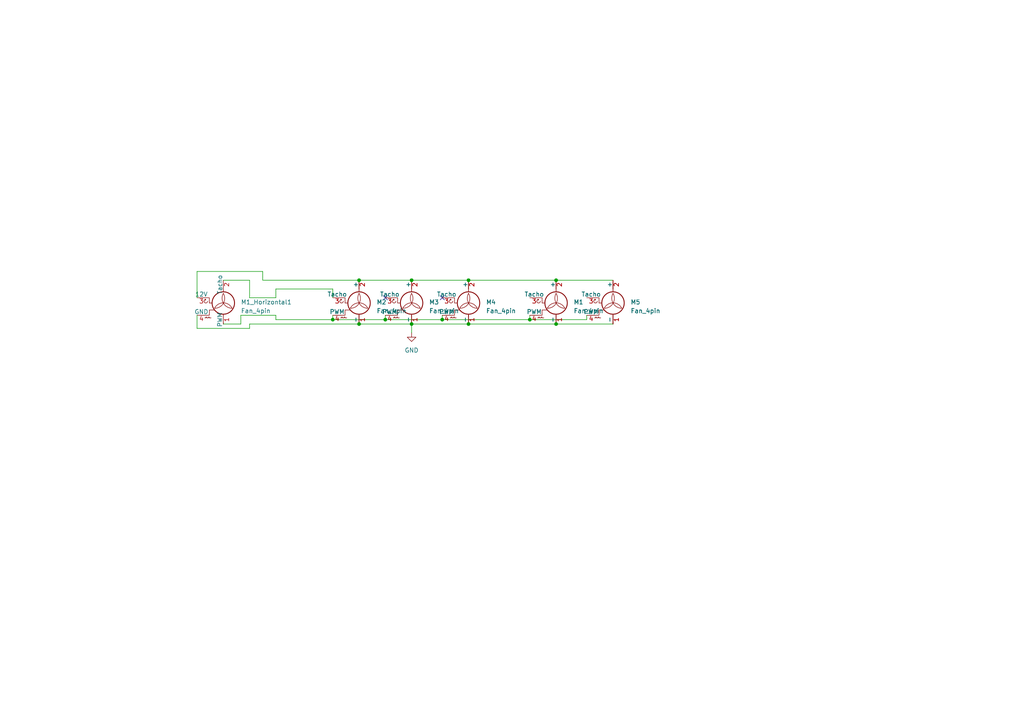
<source format=kicad_sch>
(kicad_sch (version 20211123) (generator eeschema)

  (uuid e63e39d7-6ac0-4ffd-8aa3-1841a4541b55)

  (paper "A4")

  (lib_symbols
    (symbol "Fan_4pin_1" (pin_names (offset 0)) (in_bom yes) (on_board yes)
      (property "Reference" "M1" (id 0) (at 5.08 1.2701 0)
        (effects (font (size 1.27 1.27)) (justify left))
      )
      (property "Value" "Fan_4pin" (id 1) (at 5.08 -1.2699 0)
        (effects (font (size 1.27 1.27)) (justify left))
      )
      (property "Footprint" "Connector_PinHeader_2.54mm:PinHeader_1x04_P2.54mm_Horizontal" (id 2) (at 0 0.254 0)
        (effects (font (size 1.27 1.27)) hide)
      )
      (property "Datasheet" "http://www.formfactors.org/developer%5Cspecs%5Crev1_2_public.pdf" (id 3) (at 0 0.254 0)
        (effects (font (size 1.27 1.27)) hide)
      )
      (property "ki_keywords" "Fan Motor tacho PWM" (id 4) (at 0 0 0)
        (effects (font (size 1.27 1.27)) hide)
      )
      (property "ki_description" "Fan, tacho output, PWM input, 4-pin connector" (id 5) (at 0 0 0)
        (effects (font (size 1.27 1.27)) hide)
      )
      (property "ki_fp_filters" "FanPinHeader*P2.54mm*Vertical* PinHeader*P2.54mm*Vertical* TerminalBlock*" (id 6) (at 0 0 0)
        (effects (font (size 1.27 1.27)) hide)
      )
      (symbol "Fan_4pin_1_0_0"
        (arc (start -5.588 1.524) (mid -5.08 1.016) (end -4.572 1.524)
          (stroke (width 0) (type default) (color 0 0 0 0))
          (fill (type none))
        )
        (arc (start -5.08 2.032) (mid -5.4392 1.8832) (end -5.588 1.524)
          (stroke (width 0) (type default) (color 0 0 0 0))
          (fill (type none))
        )
        (polyline
          (pts
            (xy -5.08 2.032)
            (xy -5.334 2.159)
          )
          (stroke (width 0) (type default) (color 0 0 0 0))
          (fill (type none))
        )
        (polyline
          (pts
            (xy -5.08 2.032)
            (xy -5.207 1.778)
          )
          (stroke (width 0) (type default) (color 0 0 0 0))
          (fill (type none))
        )
        (polyline
          (pts
            (xy -4.064 2.54)
            (xy -4.064 1.016)
            (xy -3.302 1.016)
          )
          (stroke (width 0) (type default) (color 0 0 0 0))
          (fill (type none))
        )
      )
      (symbol "Fan_4pin_1_0_1"
        (arc (start -2.54 -0.508) (mid -0.0014 0.9048) (end 0 3.81)
          (stroke (width 0) (type default) (color 0 0 0 0))
          (fill (type none))
        )
        (polyline
          (pts
            (xy -4.064 2.54)
            (xy -5.08 2.54)
          )
          (stroke (width 0) (type default) (color 0 0 0 0))
          (fill (type none))
        )
        (polyline
          (pts
            (xy 0 -5.08)
            (xy 0 -4.572)
          )
          (stroke (width 0) (type default) (color 0 0 0 0))
          (fill (type none))
        )
        (polyline
          (pts
            (xy 0 -2.2352)
            (xy 0 -2.6416)
          )
          (stroke (width 0) (type default) (color 0 0 0 0))
          (fill (type none))
        )
        (polyline
          (pts
            (xy 0 4.2672)
            (xy 0 4.6228)
          )
          (stroke (width 0) (type default) (color 0 0 0 0))
          (fill (type none))
        )
        (polyline
          (pts
            (xy 0 4.572)
            (xy 0 5.08)
          )
          (stroke (width 0) (type default) (color 0 0 0 0))
          (fill (type none))
        )
        (polyline
          (pts
            (xy -2.54 -1.016)
            (xy -4.064 -1.016)
            (xy -4.064 -2.54)
            (xy -5.08 -2.54)
          )
          (stroke (width 0) (type default) (color 0 0 0 0))
          (fill (type none))
        )
        (polyline
          (pts
            (xy -5.334 -3.302)
            (xy -5.08 -3.302)
            (xy -5.08 -3.048)
            (xy -4.826 -3.048)
            (xy -4.826 -3.302)
            (xy -4.318 -3.302)
            (xy -4.318 -3.048)
            (xy -4.064 -3.048)
            (xy -4.064 -3.302)
            (xy -3.556 -3.302)
          )
          (stroke (width 0) (type default) (color 0 0 0 0))
          (fill (type none))
        )
        (circle (center 0 1.016) (radius 3.2512)
          (stroke (width 0.254) (type default) (color 0 0 0 0))
          (fill (type none))
        )
        (arc (start 0 3.81) (mid 0.0468 0.9315) (end 2.54 -0.508)
          (stroke (width 0) (type default) (color 0 0 0 0))
          (fill (type none))
        )
        (arc (start 2.54 -0.508) (mid 0 1.0618) (end -2.54 -0.508)
          (stroke (width 0) (type default) (color 0 0 0 0))
          (fill (type none))
        )
      )
      (symbol "Fan_4pin_1_1_1"
        (pin passive line (at 0 -5.08 90) (length 2.54)
          (name "-" (effects (font (size 1.27 1.27))))
          (number "1" (effects (font (size 1.27 1.27))))
          (alternate "GND" passive line)
          (alternate "PWM" passive line)
        )
        (pin passive line (at 0 7.62 270) (length 2.54)
          (name "+" (effects (font (size 1.27 1.27))))
          (number "2" (effects (font (size 1.27 1.27))))
          (alternate "12V" passive line)
          (alternate "Tacho" passive line)
        )
        (pin passive line (at -7.62 2.54 0) (length 2.54)
          (name "Tacho" (effects (font (size 1.27 1.27))))
          (number "3" (effects (font (size 1.27 1.27))))
          (alternate "12V" passive line)
        )
        (pin input line (at -7.62 -2.54 0) (length 2.54)
          (name "PWM" (effects (font (size 1.27 1.27))))
          (number "4" (effects (font (size 1.27 1.27))))
          (alternate "GND" input line)
        )
      )
    )
    (symbol "Motor:Fan_4pin" (pin_names (offset 0)) (in_bom yes) (on_board yes)
      (property "Reference" "M" (id 0) (at 2.54 5.08 0)
        (effects (font (size 1.27 1.27)) (justify left))
      )
      (property "Value" "Fan_4pin" (id 1) (at 2.54 -2.54 0)
        (effects (font (size 1.27 1.27)) (justify left top))
      )
      (property "Footprint" "" (id 2) (at 0 0.254 0)
        (effects (font (size 1.27 1.27)) hide)
      )
      (property "Datasheet" "http://www.formfactors.org/developer%5Cspecs%5Crev1_2_public.pdf" (id 3) (at 0 0.254 0)
        (effects (font (size 1.27 1.27)) hide)
      )
      (property "ki_keywords" "Fan Motor tacho PWM" (id 4) (at 0 0 0)
        (effects (font (size 1.27 1.27)) hide)
      )
      (property "ki_description" "Fan, tacho output, PWM input, 4-pin connector" (id 5) (at 0 0 0)
        (effects (font (size 1.27 1.27)) hide)
      )
      (property "ki_fp_filters" "FanPinHeader*P2.54mm*Vertical* PinHeader*P2.54mm*Vertical* TerminalBlock*" (id 6) (at 0 0 0)
        (effects (font (size 1.27 1.27)) hide)
      )
      (symbol "Fan_4pin_0_0"
        (arc (start -5.588 1.524) (mid -5.08 1.016) (end -4.572 1.524)
          (stroke (width 0) (type default) (color 0 0 0 0))
          (fill (type none))
        )
        (arc (start -5.08 2.032) (mid -5.4392 1.8832) (end -5.588 1.524)
          (stroke (width 0) (type default) (color 0 0 0 0))
          (fill (type none))
        )
        (polyline
          (pts
            (xy -5.08 2.032)
            (xy -5.334 2.159)
          )
          (stroke (width 0) (type default) (color 0 0 0 0))
          (fill (type none))
        )
        (polyline
          (pts
            (xy -5.08 2.032)
            (xy -5.207 1.778)
          )
          (stroke (width 0) (type default) (color 0 0 0 0))
          (fill (type none))
        )
        (polyline
          (pts
            (xy -4.064 2.54)
            (xy -4.064 1.016)
            (xy -3.302 1.016)
          )
          (stroke (width 0) (type default) (color 0 0 0 0))
          (fill (type none))
        )
      )
      (symbol "Fan_4pin_0_1"
        (arc (start -2.54 -0.508) (mid -0.0014 0.9048) (end 0 3.81)
          (stroke (width 0) (type default) (color 0 0 0 0))
          (fill (type none))
        )
        (polyline
          (pts
            (xy -4.064 2.54)
            (xy -5.08 2.54)
          )
          (stroke (width 0) (type default) (color 0 0 0 0))
          (fill (type none))
        )
        (polyline
          (pts
            (xy 0 -5.08)
            (xy 0 -4.572)
          )
          (stroke (width 0) (type default) (color 0 0 0 0))
          (fill (type none))
        )
        (polyline
          (pts
            (xy 0 -2.2352)
            (xy 0 -2.6416)
          )
          (stroke (width 0) (type default) (color 0 0 0 0))
          (fill (type none))
        )
        (polyline
          (pts
            (xy 0 4.2672)
            (xy 0 4.6228)
          )
          (stroke (width 0) (type default) (color 0 0 0 0))
          (fill (type none))
        )
        (polyline
          (pts
            (xy 0 4.572)
            (xy 0 5.08)
          )
          (stroke (width 0) (type default) (color 0 0 0 0))
          (fill (type none))
        )
        (polyline
          (pts
            (xy -2.54 -1.016)
            (xy -4.064 -1.016)
            (xy -4.064 -2.54)
            (xy -5.08 -2.54)
          )
          (stroke (width 0) (type default) (color 0 0 0 0))
          (fill (type none))
        )
        (polyline
          (pts
            (xy -5.334 -3.302)
            (xy -5.08 -3.302)
            (xy -5.08 -3.048)
            (xy -4.826 -3.048)
            (xy -4.826 -3.302)
            (xy -4.318 -3.302)
            (xy -4.318 -3.048)
            (xy -4.064 -3.048)
            (xy -4.064 -3.302)
            (xy -3.556 -3.302)
          )
          (stroke (width 0) (type default) (color 0 0 0 0))
          (fill (type none))
        )
        (circle (center 0 1.016) (radius 3.2512)
          (stroke (width 0.254) (type default) (color 0 0 0 0))
          (fill (type none))
        )
        (arc (start 0 3.81) (mid 0.0468 0.9315) (end 2.54 -0.508)
          (stroke (width 0) (type default) (color 0 0 0 0))
          (fill (type none))
        )
        (arc (start 2.54 -0.508) (mid 0 1.0618) (end -2.54 -0.508)
          (stroke (width 0) (type default) (color 0 0 0 0))
          (fill (type none))
        )
      )
      (symbol "Fan_4pin_1_1"
        (pin passive line (at 0 -5.08 90) (length 2.54)
          (name "-" (effects (font (size 1.27 1.27))))
          (number "1" (effects (font (size 1.27 1.27))))
        )
        (pin passive line (at 0 7.62 270) (length 2.54)
          (name "+" (effects (font (size 1.27 1.27))))
          (number "2" (effects (font (size 1.27 1.27))))
        )
        (pin passive line (at -7.62 2.54 0) (length 2.54)
          (name "Tacho" (effects (font (size 1.27 1.27))))
          (number "3" (effects (font (size 1.27 1.27))))
        )
        (pin input line (at -7.62 -2.54 0) (length 2.54)
          (name "PWM" (effects (font (size 1.27 1.27))))
          (number "4" (effects (font (size 1.27 1.27))))
        )
      )
    )
    (symbol "power:GND" (power) (pin_names (offset 0)) (in_bom yes) (on_board yes)
      (property "Reference" "#PWR" (id 0) (at 0 -6.35 0)
        (effects (font (size 1.27 1.27)) hide)
      )
      (property "Value" "GND" (id 1) (at 0 -3.81 0)
        (effects (font (size 1.27 1.27)))
      )
      (property "Footprint" "" (id 2) (at 0 0 0)
        (effects (font (size 1.27 1.27)) hide)
      )
      (property "Datasheet" "" (id 3) (at 0 0 0)
        (effects (font (size 1.27 1.27)) hide)
      )
      (property "ki_keywords" "power-flag" (id 4) (at 0 0 0)
        (effects (font (size 1.27 1.27)) hide)
      )
      (property "ki_description" "Power symbol creates a global label with name \"GND\" , ground" (id 5) (at 0 0 0)
        (effects (font (size 1.27 1.27)) hide)
      )
      (symbol "GND_0_1"
        (polyline
          (pts
            (xy 0 0)
            (xy 0 -1.27)
            (xy 1.27 -1.27)
            (xy 0 -2.54)
            (xy -1.27 -1.27)
            (xy 0 -1.27)
          )
          (stroke (width 0) (type default) (color 0 0 0 0))
          (fill (type none))
        )
      )
      (symbol "GND_1_1"
        (pin power_in line (at 0 0 270) (length 0) hide
          (name "GND" (effects (font (size 1.27 1.27))))
          (number "1" (effects (font (size 1.27 1.27))))
        )
      )
    )
  )

  (junction (at 111.76 92.71) (diameter 0) (color 0 0 0 0)
    (uuid 09a8de4b-11bd-4c60-8212-7dfa542a987e)
  )
  (junction (at 104.14 93.98) (diameter 0) (color 0 0 0 0)
    (uuid 531de578-8e38-4025-a0e5-1accd175fb9d)
  )
  (junction (at 135.89 81.28) (diameter 0) (color 0 0 0 0)
    (uuid 6d22c918-ce68-460a-9e42-7a7f97152442)
  )
  (junction (at 135.89 93.98) (diameter 0) (color 0 0 0 0)
    (uuid 70e928ea-28bc-418b-93be-253f7465f678)
  )
  (junction (at 161.29 93.98) (diameter 0) (color 0 0 0 0)
    (uuid 7b20afe5-4ce8-4e8d-8a74-2526b57dc91e)
  )
  (junction (at 119.38 93.98) (diameter 0) (color 0 0 0 0)
    (uuid 7b9e4fdd-6488-4f7d-943d-0b684a39084c)
  )
  (junction (at 128.27 92.71) (diameter 0) (color 0 0 0 0)
    (uuid 90269f7c-a94e-41a8-83bc-1361a8ac10b2)
  )
  (junction (at 119.38 81.28) (diameter 0) (color 0 0 0 0)
    (uuid ada8c3f4-0b24-4795-b091-159adfdeb182)
  )
  (junction (at 153.67 92.71) (diameter 0) (color 0 0 0 0)
    (uuid af8d9925-5a3c-42b5-bc61-e0726eece593)
  )
  (junction (at 161.29 81.28) (diameter 0) (color 0 0 0 0)
    (uuid b1973869-c6b6-4a4b-b27e-3b442444c64f)
  )
  (junction (at 96.52 92.71) (diameter 0) (color 0 0 0 0)
    (uuid d1910422-7ae9-42c3-aa16-3778d69d2211)
  )
  (junction (at 104.14 81.28) (diameter 0) (color 0 0 0 0)
    (uuid e6964a64-2f3d-40aa-86b8-a22bb6a9b241)
  )

  (no_connect (at 128.27 86.36) (uuid 87e77ad9-734e-4dd2-a57f-e598a08a639a))
  (no_connect (at 111.76 86.36) (uuid 87e77ad9-734e-4dd2-a57f-e598a08a639b))

  (wire (pts (xy 72.39 93.98) (xy 72.39 95.25))
    (stroke (width 0) (type default) (color 0 0 0 0))
    (uuid 048d911e-9f74-4797-8f0d-b2f2099cf38d)
  )
  (wire (pts (xy 72.39 86.36) (xy 72.39 81.28))
    (stroke (width 0) (type default) (color 0 0 0 0))
    (uuid 056e515e-9b3e-4a7b-8459-9f372078707a)
  )
  (wire (pts (xy 80.01 83.82) (xy 96.52 83.82))
    (stroke (width 0) (type default) (color 0 0 0 0))
    (uuid 05919a82-f89e-4ffe-b4f5-999349525613)
  )
  (wire (pts (xy 153.67 91.44) (xy 153.67 92.71))
    (stroke (width 0) (type default) (color 0 0 0 0))
    (uuid 08c1539f-2eea-4527-9c12-a134aa499aa2)
  )
  (wire (pts (xy 135.89 81.28) (xy 161.29 81.28))
    (stroke (width 0) (type default) (color 0 0 0 0))
    (uuid 08f556d3-6a3d-48e3-b5fa-89951eebc88d)
  )
  (wire (pts (xy 72.39 93.98) (xy 104.14 93.98))
    (stroke (width 0) (type default) (color 0 0 0 0))
    (uuid 0930bfa0-de1e-48ec-86f2-ec6f59fde2e2)
  )
  (wire (pts (xy 57.15 78.74) (xy 57.15 86.36))
    (stroke (width 0) (type default) (color 0 0 0 0))
    (uuid 1027eb34-4a1a-471a-b262-65259fae8a40)
  )
  (wire (pts (xy 128.27 92.71) (xy 128.27 91.44))
    (stroke (width 0) (type default) (color 0 0 0 0))
    (uuid 109d34e4-bb9b-4e06-a8e9-d7e3e666f8f1)
  )
  (wire (pts (xy 76.2 81.28) (xy 76.2 78.74))
    (stroke (width 0) (type default) (color 0 0 0 0))
    (uuid 17e66813-271a-4d34-a999-8baf8b6ba9ed)
  )
  (wire (pts (xy 135.89 93.98) (xy 161.29 93.98))
    (stroke (width 0) (type default) (color 0 0 0 0))
    (uuid 22e808d7-c67f-410e-aa1a-fa26a1357421)
  )
  (wire (pts (xy 57.15 95.25) (xy 57.15 91.44))
    (stroke (width 0) (type default) (color 0 0 0 0))
    (uuid 282cc1ca-cdc5-41a9-ab9c-dea45f72f6bd)
  )
  (wire (pts (xy 128.27 92.71) (xy 153.67 92.71))
    (stroke (width 0) (type default) (color 0 0 0 0))
    (uuid 4078cd1e-3bfd-4833-9973-967baf421539)
  )
  (wire (pts (xy 72.39 81.28) (xy 64.77 81.28))
    (stroke (width 0) (type default) (color 0 0 0 0))
    (uuid 41bc15b2-2ce1-4e34-9b00-cb64d354bed7)
  )
  (wire (pts (xy 80.01 86.36) (xy 80.01 83.82))
    (stroke (width 0) (type default) (color 0 0 0 0))
    (uuid 4cf8730a-5369-4927-8dc5-d9c16ab41c0c)
  )
  (wire (pts (xy 119.38 81.28) (xy 135.89 81.28))
    (stroke (width 0) (type default) (color 0 0 0 0))
    (uuid 5bbb6be7-0183-45ed-90a3-1110d8f5232a)
  )
  (wire (pts (xy 119.38 93.98) (xy 119.38 96.52))
    (stroke (width 0) (type default) (color 0 0 0 0))
    (uuid 6fe57c8d-3db2-4697-8ca9-23f0a511b478)
  )
  (wire (pts (xy 96.52 83.82) (xy 96.52 86.36))
    (stroke (width 0) (type default) (color 0 0 0 0))
    (uuid 73d6f44c-865f-43c1-aa9e-ffde11f078d5)
  )
  (wire (pts (xy 80.01 86.36) (xy 72.39 86.36))
    (stroke (width 0) (type default) (color 0 0 0 0))
    (uuid 7e658cc1-d361-4984-8111-600c386c5fdc)
  )
  (wire (pts (xy 111.76 92.71) (xy 128.27 92.71))
    (stroke (width 0) (type default) (color 0 0 0 0))
    (uuid 8c8f79ce-a2c2-4d0a-b166-a0b1f77ef797)
  )
  (wire (pts (xy 161.29 81.28) (xy 177.8 81.28))
    (stroke (width 0) (type default) (color 0 0 0 0))
    (uuid 8c99c5d3-7ae5-4206-97ab-5d6b29a4fec4)
  )
  (wire (pts (xy 104.14 93.98) (xy 119.38 93.98))
    (stroke (width 0) (type default) (color 0 0 0 0))
    (uuid 916baf08-f1bd-49a9-b32e-2b8eec1a63c3)
  )
  (wire (pts (xy 72.39 95.25) (xy 57.15 95.25))
    (stroke (width 0) (type default) (color 0 0 0 0))
    (uuid 95ba567f-06bc-4652-8d1e-ac8d7e0ee623)
  )
  (wire (pts (xy 161.29 93.98) (xy 177.8 93.98))
    (stroke (width 0) (type default) (color 0 0 0 0))
    (uuid 9975d1b4-169b-4b21-8b93-a814a844e78d)
  )
  (wire (pts (xy 69.85 91.44) (xy 69.85 93.98))
    (stroke (width 0) (type default) (color 0 0 0 0))
    (uuid 9f263e3f-01fe-4a5a-b9ad-ecd48ee00842)
  )
  (wire (pts (xy 69.85 93.98) (xy 64.77 93.98))
    (stroke (width 0) (type default) (color 0 0 0 0))
    (uuid a05c8999-2f17-4aa2-85bd-dcad8a49c475)
  )
  (wire (pts (xy 170.18 91.44) (xy 170.18 92.71))
    (stroke (width 0) (type default) (color 0 0 0 0))
    (uuid a4557fde-031b-43dd-9267-79a5c02e9a8b)
  )
  (wire (pts (xy 111.76 91.44) (xy 111.76 92.71))
    (stroke (width 0) (type default) (color 0 0 0 0))
    (uuid a4577db6-9080-401b-a350-02d0f1522bea)
  )
  (wire (pts (xy 96.52 92.71) (xy 111.76 92.71))
    (stroke (width 0) (type default) (color 0 0 0 0))
    (uuid aaaccbc4-da37-4d79-ab33-f4f10a3e9d43)
  )
  (wire (pts (xy 80.01 91.44) (xy 69.85 91.44))
    (stroke (width 0) (type default) (color 0 0 0 0))
    (uuid afd8eea5-325c-48e5-8096-7023178c0039)
  )
  (wire (pts (xy 104.14 81.28) (xy 119.38 81.28))
    (stroke (width 0) (type default) (color 0 0 0 0))
    (uuid b0a56ec1-5a34-4ab9-8fbd-7223052d0bea)
  )
  (wire (pts (xy 96.52 91.44) (xy 96.52 92.71))
    (stroke (width 0) (type default) (color 0 0 0 0))
    (uuid b17b29d3-25ce-4f16-8236-2fa5679a05f0)
  )
  (wire (pts (xy 153.67 92.71) (xy 170.18 92.71))
    (stroke (width 0) (type default) (color 0 0 0 0))
    (uuid b457c687-6cb9-4cb4-88ce-cd6bf8540fa2)
  )
  (wire (pts (xy 119.38 93.98) (xy 135.89 93.98))
    (stroke (width 0) (type default) (color 0 0 0 0))
    (uuid c8117bba-6b2a-4528-9104-16037ce7eb42)
  )
  (wire (pts (xy 80.01 91.44) (xy 80.01 92.71))
    (stroke (width 0) (type default) (color 0 0 0 0))
    (uuid cffad45a-b028-458f-b50e-b12ee88abff0)
  )
  (wire (pts (xy 76.2 81.28) (xy 104.14 81.28))
    (stroke (width 0) (type default) (color 0 0 0 0))
    (uuid e0b786a3-bcaf-41c0-99ce-8c7f040aa44d)
  )
  (wire (pts (xy 80.01 92.71) (xy 96.52 92.71))
    (stroke (width 0) (type default) (color 0 0 0 0))
    (uuid e32f3b75-caa2-43e6-ae73-a4497241e521)
  )
  (wire (pts (xy 76.2 78.74) (xy 57.15 78.74))
    (stroke (width 0) (type default) (color 0 0 0 0))
    (uuid f7d236e2-3c7a-449b-8ab4-8a9993f5441f)
  )

  (symbol (lib_id "Motor:Fan_4pin") (at 119.38 88.9 0) (unit 1)
    (in_bom yes) (on_board yes) (fields_autoplaced)
    (uuid 5bbadc66-c8cb-40bb-b849-bf0cfb5b9bfd)
    (property "Reference" "M3" (id 0) (at 124.46 87.6299 0)
      (effects (font (size 1.27 1.27)) (justify left))
    )
    (property "Value" "Fan_4pin" (id 1) (at 124.46 90.1699 0)
      (effects (font (size 1.27 1.27)) (justify left))
    )
    (property "Footprint" "Connector_PinHeader_2.54mm:PinHeader_1x04_P2.54mm_Vertical" (id 2) (at 119.38 88.646 0)
      (effects (font (size 1.27 1.27)) hide)
    )
    (property "Datasheet" "http://www.formfactors.org/developer%5Cspecs%5Crev1_2_public.pdf" (id 3) (at 119.38 88.646 0)
      (effects (font (size 1.27 1.27)) hide)
    )
    (pin "1" (uuid 44640551-9b76-4cc6-9a43-08dfaad9a8b0))
    (pin "2" (uuid e29d70ee-75c6-46e2-b1ec-fc6cbaafb75e))
    (pin "3" (uuid 475abcdd-1c9a-435a-986b-0b7bcf8e6050))
    (pin "4" (uuid 4b2089e8-7821-4964-afff-2240cbfc4353))
  )

  (symbol (lib_name "Fan_4pin_1") (lib_id "Motor:Fan_4pin") (at 64.77 88.9 0) (unit 1)
    (in_bom yes) (on_board yes) (fields_autoplaced)
    (uuid 85783dae-6f80-4835-b5db-61dffd842eac)
    (property "Reference" "M1_Horizontal1" (id 0) (at 69.85 87.6299 0)
      (effects (font (size 1.27 1.27)) (justify left))
    )
    (property "Value" "Fan_4pin" (id 1) (at 69.85 90.1699 0)
      (effects (font (size 1.27 1.27)) (justify left))
    )
    (property "Footprint" "Connector_PinHeader_2.54mm:PinHeader_1x04_P2.54mm_Horizontal" (id 2) (at 64.77 88.646 0)
      (effects (font (size 1.27 1.27)) hide)
    )
    (property "Datasheet" "http://www.formfactors.org/developer%5Cspecs%5Crev1_2_public.pdf" (id 3) (at 64.77 88.646 0)
      (effects (font (size 1.27 1.27)) hide)
    )
    (pin "1" (uuid 23dce5fd-c38b-430c-a399-f8cb088b1a8d) (alternate "PWM"))
    (pin "2" (uuid 429c92a6-4d68-4597-8844-fc88f311c899) (alternate "Tacho"))
    (pin "3" (uuid 3ae69249-8361-4c51-b93e-32198a504a11) (alternate "12V"))
    (pin "4" (uuid 86e70297-1921-4ad8-afa6-10ea3d91a5e2) (alternate "GND"))
  )

  (symbol (lib_id "Motor:Fan_4pin") (at 161.29 88.9 0) (unit 1)
    (in_bom yes) (on_board yes) (fields_autoplaced)
    (uuid 97834ac2-5d2c-40b3-ace0-110a27647b4f)
    (property "Reference" "M1" (id 0) (at 166.37 87.6299 0)
      (effects (font (size 1.27 1.27)) (justify left))
    )
    (property "Value" "Fan_4pin" (id 1) (at 166.37 90.1699 0)
      (effects (font (size 1.27 1.27)) (justify left))
    )
    (property "Footprint" "Connector_PinHeader_2.54mm:PinHeader_1x04_P2.54mm_Vertical" (id 2) (at 161.29 88.646 0)
      (effects (font (size 1.27 1.27)) hide)
    )
    (property "Datasheet" "http://www.formfactors.org/developer%5Cspecs%5Crev1_2_public.pdf" (id 3) (at 161.29 88.646 0)
      (effects (font (size 1.27 1.27)) hide)
    )
    (pin "1" (uuid 029767b2-2fd2-4343-8e95-4bbc884c01b1))
    (pin "2" (uuid 8638974c-6393-4963-be57-1cec8842334d))
    (pin "3" (uuid 172f0697-ed04-497e-86dd-e51c4ba89a82))
    (pin "4" (uuid ba280263-cf94-461f-bddf-1b7b5326545e))
  )

  (symbol (lib_id "Motor:Fan_4pin") (at 135.89 88.9 0) (unit 1)
    (in_bom yes) (on_board yes) (fields_autoplaced)
    (uuid a0129fe7-e9e9-4c74-af85-e2b335707eb4)
    (property "Reference" "M4" (id 0) (at 140.97 87.6299 0)
      (effects (font (size 1.27 1.27)) (justify left))
    )
    (property "Value" "Fan_4pin" (id 1) (at 140.97 90.1699 0)
      (effects (font (size 1.27 1.27)) (justify left))
    )
    (property "Footprint" "Connector_PinHeader_2.54mm:PinHeader_1x04_P2.54mm_Vertical" (id 2) (at 135.89 88.646 0)
      (effects (font (size 1.27 1.27)) hide)
    )
    (property "Datasheet" "http://www.formfactors.org/developer%5Cspecs%5Crev1_2_public.pdf" (id 3) (at 135.89 88.646 0)
      (effects (font (size 1.27 1.27)) hide)
    )
    (pin "1" (uuid d9c1c6f8-c198-49f9-bff0-eab2393a0053))
    (pin "2" (uuid 64bbd1a8-b20b-4d12-891d-7b53b4a0334a))
    (pin "3" (uuid 8f0c1305-7bd7-41b0-a77d-0a9232a17e2e))
    (pin "4" (uuid 713e4d09-6cf1-49fc-bf2e-c643eb7890b8))
  )

  (symbol (lib_id "Motor:Fan_4pin") (at 177.8 88.9 0) (unit 1)
    (in_bom yes) (on_board yes) (fields_autoplaced)
    (uuid b17590ac-bb78-4798-b20d-40942eeb2176)
    (property "Reference" "M5" (id 0) (at 182.88 87.6299 0)
      (effects (font (size 1.27 1.27)) (justify left))
    )
    (property "Value" "Fan_4pin" (id 1) (at 182.88 90.1699 0)
      (effects (font (size 1.27 1.27)) (justify left))
    )
    (property "Footprint" "Connector_PinHeader_2.54mm:PinHeader_1x04_P2.54mm_Vertical" (id 2) (at 177.8 88.646 0)
      (effects (font (size 1.27 1.27)) hide)
    )
    (property "Datasheet" "http://www.formfactors.org/developer%5Cspecs%5Crev1_2_public.pdf" (id 3) (at 177.8 88.646 0)
      (effects (font (size 1.27 1.27)) hide)
    )
    (pin "1" (uuid 3405fead-c3ec-4454-8d23-900b0c02339c))
    (pin "2" (uuid 1c45c826-97a4-438f-bca5-c607a8ccf2dd))
    (pin "3" (uuid e54538d4-293e-4a03-bc22-7aa9346c5107))
    (pin "4" (uuid 2e54168b-0227-4159-b47e-0111d60ce4b2))
  )

  (symbol (lib_id "Motor:Fan_4pin") (at 104.14 88.9 0) (unit 1)
    (in_bom yes) (on_board yes) (fields_autoplaced)
    (uuid e7136250-cee6-4520-acb7-2950e0829e43)
    (property "Reference" "M2" (id 0) (at 109.22 87.6299 0)
      (effects (font (size 1.27 1.27)) (justify left))
    )
    (property "Value" "Fan_4pin" (id 1) (at 109.22 90.1699 0)
      (effects (font (size 1.27 1.27)) (justify left))
    )
    (property "Footprint" "Connector_PinHeader_2.54mm:PinHeader_1x04_P2.54mm_Vertical" (id 2) (at 104.14 88.646 0)
      (effects (font (size 1.27 1.27)) hide)
    )
    (property "Datasheet" "http://www.formfactors.org/developer%5Cspecs%5Crev1_2_public.pdf" (id 3) (at 104.14 88.646 0)
      (effects (font (size 1.27 1.27)) hide)
    )
    (pin "1" (uuid 0aa6a8eb-91a3-42fb-bcb5-e80e5bff03f8))
    (pin "2" (uuid ad900db3-4beb-4fa1-ace0-548024befe9a))
    (pin "3" (uuid 152ae183-14d8-40a7-9d2e-6b73a233d818))
    (pin "4" (uuid bddd93d5-6bcf-4a37-8f3c-1979a6faa688))
  )

  (symbol (lib_id "power:GND") (at 119.38 96.52 0) (unit 1)
    (in_bom yes) (on_board yes) (fields_autoplaced)
    (uuid f2b39f3e-81e8-48b0-93a0-cc5a0e0456eb)
    (property "Reference" "#PWR0101" (id 0) (at 119.38 102.87 0)
      (effects (font (size 1.27 1.27)) hide)
    )
    (property "Value" "GND" (id 1) (at 119.38 101.6 0))
    (property "Footprint" "" (id 2) (at 119.38 96.52 0)
      (effects (font (size 1.27 1.27)) hide)
    )
    (property "Datasheet" "" (id 3) (at 119.38 96.52 0)
      (effects (font (size 1.27 1.27)) hide)
    )
    (pin "1" (uuid c50174a7-334c-4d88-b497-32bdc6b6ce62))
  )

  (sheet_instances
    (path "/" (page "1"))
  )

  (symbol_instances
    (path "/f2b39f3e-81e8-48b0-93a0-cc5a0e0456eb"
      (reference "#PWR0101") (unit 1) (value "GND") (footprint "")
    )
    (path "/97834ac2-5d2c-40b3-ace0-110a27647b4f"
      (reference "M1") (unit 1) (value "Fan_4pin") (footprint "Connector_PinHeader_2.54mm:PinHeader_1x04_P2.54mm_Vertical")
    )
    (path "/85783dae-6f80-4835-b5db-61dffd842eac"
      (reference "M1_Horizontal1") (unit 1) (value "Fan_4pin") (footprint "Connector_PinHeader_2.54mm:PinHeader_1x04_P2.54mm_Horizontal")
    )
    (path "/e7136250-cee6-4520-acb7-2950e0829e43"
      (reference "M2") (unit 1) (value "Fan_4pin") (footprint "Connector_PinHeader_2.54mm:PinHeader_1x04_P2.54mm_Vertical")
    )
    (path "/5bbadc66-c8cb-40bb-b849-bf0cfb5b9bfd"
      (reference "M3") (unit 1) (value "Fan_4pin") (footprint "Connector_PinHeader_2.54mm:PinHeader_1x04_P2.54mm_Vertical")
    )
    (path "/a0129fe7-e9e9-4c74-af85-e2b335707eb4"
      (reference "M4") (unit 1) (value "Fan_4pin") (footprint "Connector_PinHeader_2.54mm:PinHeader_1x04_P2.54mm_Vertical")
    )
    (path "/b17590ac-bb78-4798-b20d-40942eeb2176"
      (reference "M5") (unit 1) (value "Fan_4pin") (footprint "Connector_PinHeader_2.54mm:PinHeader_1x04_P2.54mm_Vertical")
    )
  )
)

</source>
